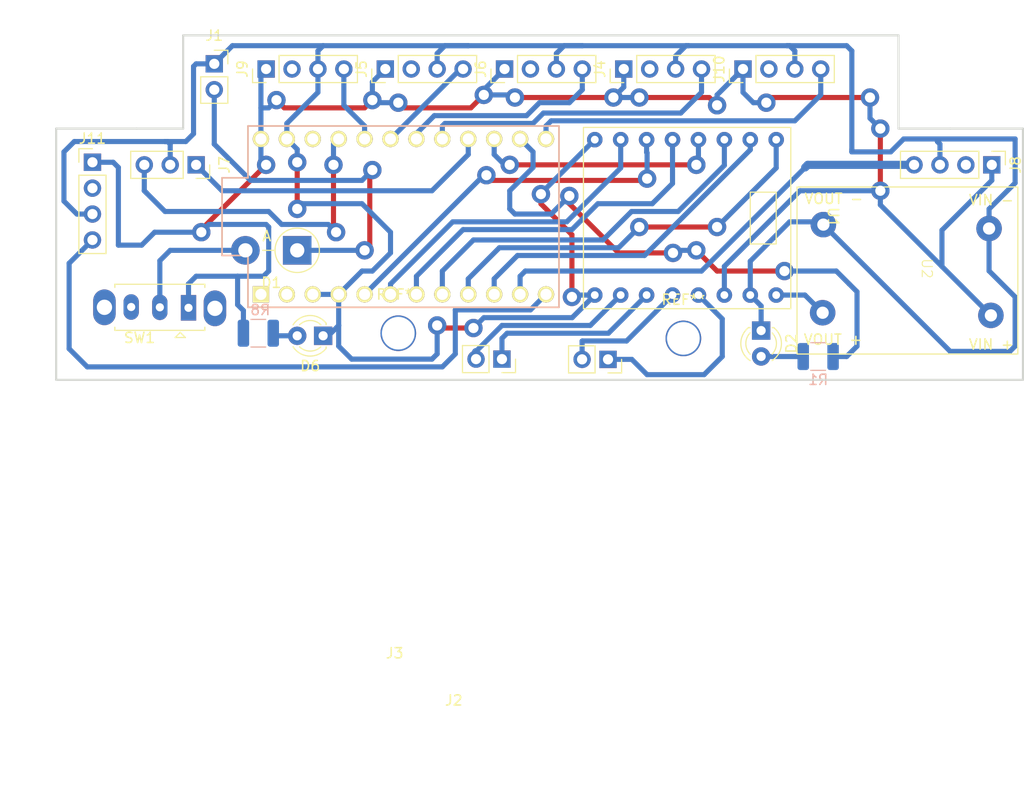
<source format=kicad_pcb>
(kicad_pcb (version 20221018) (generator pcbnew)
  (layers (0 "F.Cu" signal) (31 "B.Cu" signal) (34 "B.Paste" user) (35 "F.Paste" user) (36 "B.SilkS" user "B.Silkscreen") (37 "F.SilkS" user "F.Silkscreen") (38 "B.Mask" user) (39 "F.Mask" user) (44 "Edge.Cuts" user))
  (net 0 "")
  (net 1 "GND")
  (net 2 "/PWM1")
  (net 3 "/5v")
  (net 4 "VCC")
  (net 5 "Net-(D1-K)")
  (net 6 "Net-(D6-A)")
  (net 8 "/INA1")
  (net 9 "/INA2")
  (net 10 "/Vm")
  (net 11 "/INB1")
  (net 12 "/INB2")
  (net 13 "/DATA1")
  (net 14 "/SHARP_I")
  (net 15 "/SHARP_C")
  (net 16 "/SHARP_D")
  (net 17 "/DATA2")
  (net 23 "/OUTA1")
  (net 24 "/OUTA2")
  (net 25 "/OUTB1")
  (net 26 "/OUTB2")
  (net 27 "/PWM2")
  (net 28 "/EN")
  (net 30 "/SHARP_D2")
  (net 32 "/SHARP_I2")
  (net 35 "/IR")
  (net 36 "/3,3V")
  (net 38 "Net-(D2-A)")
  (net 39 "/LED")
  (footprint "Connector_PinSocket_2.54mm:PinSocket_1x03_P2.54mm_Vertical" (layer "F.Cu") (at 153.162 78.232 -90)
    (fp_text reference "J7" (at 0 -2.77 90) (layer "F.SilkS"))
    (fp_text value "Conn_01x03_Socket")
    (pad "1" thru_hole rect (at 0 0 270) (size 1.7 1.7) (drill 1) (layers "*.Cu" "*.Mask") (net 35 "/IR"))
    (pad "2" thru_hole oval (at 0 2.54 270) (size 1.7 1.7) (drill 1) (layers "*.Cu" "*.Mask") (net 1 "GND"))
    (pad "3" thru_hole oval (at 0 5.08 270) (size 1.7 1.7) (drill 1) (layers "*.Cu" "*.Mask") (net 36 "/3,3V"))
  )
  (footprint "Connector_PinHeader_2.54mm:PinHeader_1x04_P2.54mm_Vertical" (layer "F.Cu") (at 171.704 68.834 90)
    (fp_text reference "J5" (at 0 -2.33 90) (layer "F.SilkS"))
    (fp_text value "Conn_01x04_Male")
    (pad "1" thru_hole rect (at 0 0 90) (size 1.7 1.7) (drill 1) (layers "*.Cu" "*.Mask") (net 3 "/5v"))
    (pad "2" thru_hole oval (at 0 2.54 90) (size 1.7 1.7) (drill 1) (layers "*.Cu" "*.Mask"))
    (pad "3" thru_hole oval (at 0 5.08 90) (size 1.7 1.7) (drill 1) (layers "*.Cu" "*.Mask") (net 1 "GND"))
    (pad "4" thru_hole oval (at 0 7.62 90) (size 1.7 1.7) (drill 1) (layers "*.Cu" "*.Mask") (net 14 "/SHARP_I"))
  )
  (footprint "LED_THT:LED_D3.0mm_FlatTop" (layer "F.Cu") (at 208.534 94.483 -90)
    (fp_text reference "D2" (at 1.27 -2.96 90) (layer "F.SilkS"))
    (fp_text value "LED")
    (pad "1" thru_hole rect (at 0 0 270) (size 1.8 1.8) (drill 0.9) (layers "*.Cu" "*.Mask") (net 1 "GND"))
    (pad "2" thru_hole circle (at 2.54 0 270) (size 1.8 1.8) (drill 0.9) (layers "*.Cu" "*.Mask") (net 38 "Net-(D2-A)"))
  )
  (footprint "MountingHole:MountingHole_3.2mm_M3_DIN965_Pad" (layer "F.Cu") (at 172.974 94.742)
    (fp_text reference "REF**" (at 0 -3.8) (layer "F.SilkS"))
    (fp_text value "MountingHole_3.2mm_M3_DIN965_Pad")
    (pad "1" thru_hole circle (at 0 0) (size 3.5 3.5) (drill 3.2) (layers "*.Cu" "*.Mask"))
  )
  (footprint "Connector_PinSocket_2.54mm:PinSocket_1x02_P2.54mm_Vertical" (layer "F.Cu") (at 183.134 97.282 -90)
    (fp_text reference "J3" (at 28.8405 10.516) (layer "F.SilkS"))
    (fp_text value "Conn_01x02_Socket")
    (pad "1" thru_hole rect (at 0 0 270) (size 1.7 1.7) (drill 1) (layers "*.Cu" "*.Mask") (net 25 "/OUTB1"))
    (pad "2" thru_hole oval (at 0 2.54 270) (size 1.7 1.7) (drill 1) (layers "*.Cu" "*.Mask") (net 26 "/OUTB2"))
  )
  (footprint "MountingHole:MountingHole_3.2mm_M3_DIN965_Pad" (layer "F.Cu") (at 200.914 95.25)
    (fp_text reference "REF**" (at 0 -3.8) (layer "F.SilkS"))
    (fp_text value "MountingHole_3.2mm_M3_DIN965_Pad")
    (pad "1" thru_hole circle (at 0 0) (size 3.5 3.5) (drill 3.2) (layers "*.Cu" "*.Mask"))
  )
  (footprint "propios:Sx1308" (layer "F.Cu") (at 224.282 88.392 -90)
    (fp_text reference "U2" (at 0 -0.5 -90 unlocked) (layer "F.SilkS") (effects (font (thickness 0.1))))
    (fp_text value "Mt3608")
    (fp_text user "VIN +" (at 7.452 -6.81 unlocked) (layer "F.SilkS"))
    (fp_text user "VOUT -" (at -6.838 8.63 unlocked) (layer "F.SilkS"))
    (fp_text user "VOUT +" (at 6.972 8.7 unlocked) (layer "F.SilkS"))
    (fp_text user "VIN -" (at -6.708 -6.81 unlocked) (layer "F.SilkS"))
    (pad "1" thru_hole circle (at 4.602 -6.77 270) (size 2.5 2.5) (drill 1.2) (layers "*.Cu" "*.Mask") (net 3 "/5v"))
    (pad "2" thru_hole circle (at 4.342 9.72 270) (size 2.5 2.5) (drill 1.2) (layers "*.Cu" "*.Mask") (net 10 "/Vm"))
    (pad "3" thru_hole circle (at -3.918 -6.59 270) (size 2.5 2.5) (drill 1.2) (layers "*.Cu" "*.Mask") (net 1 "GND"))
    (pad "4" thru_hole circle (at -4.298 9.65 270) (size 2.5 2.5) (drill 1.2) (layers "*.Cu" "*.Mask") (net 1 "GND"))
  )
  (footprint "Connector_PinHeader_2.54mm:PinHeader_1x04_P2.54mm_Vertical" (layer "F.Cu") (at 231.14 78.232 -90)
    (fp_text reference "J8" (at 0 -2.33 90) (layer "F.SilkS"))
    (fp_text value "Conn_01x04_Male")
    (pad "1" thru_hole rect (at 0 0 270) (size 1.7 1.7) (drill 1) (layers "*.Cu" "*.Mask") (net 3 "/5v"))
    (pad "2" thru_hole oval (at 0 2.54 270) (size 1.7 1.7) (drill 1) (layers "*.Cu" "*.Mask"))
    (pad "3" thru_hole oval (at 0 5.08 270) (size 1.7 1.7) (drill 1) (layers "*.Cu" "*.Mask") (net 1 "GND"))
    (pad "4" thru_hole oval (at 0 7.62 270) (size 1.7 1.7) (drill 1) (layers "*.Cu" "*.Mask") (net 30 "/SHARP_D2"))
  )
  (footprint "Connector_PinHeader_2.54mm:PinHeader_1x04_P2.54mm_Vertical" (layer "F.Cu") (at 160.02 68.834 90)
    (fp_text reference "J9" (at 0 -2.33 90) (layer "F.SilkS"))
    (fp_text value "Conn_01x04_Male")
    (pad "1" thru_hole rect (at 0 0 90) (size 1.7 1.7) (drill 1) (layers "*.Cu" "*.Mask") (net 3 "/5v"))
    (pad "2" thru_hole oval (at 0 2.54 90) (size 1.7 1.7) (drill 1) (layers "*.Cu" "*.Mask"))
    (pad "3" thru_hole oval (at 0 5.08 90) (size 1.7 1.7) (drill 1) (layers "*.Cu" "*.Mask") (net 1 "GND"))
    (pad "4" thru_hole oval (at 0 7.62 90) (size 1.7 1.7) (drill 1) (layers "*.Cu" "*.Mask") (net 13 "/DATA1"))
  )
  (footprint "Connector_PinHeader_2.54mm:PinHeader_1x04_P2.54mm_Vertical" (layer "F.Cu") (at 143.002 77.978)
    (fp_text reference "J11" (at 0 -2.33) (layer "F.SilkS"))
    (fp_text value "Conn_01x04_Male" hide)
    (pad "1" thru_hole rect (at 0 0) (size 1.7 1.7) (drill 1) (layers "*.Cu" "*.Mask") (net 3 "/5v"))
    (pad "2" thru_hole oval (at 0 2.54) (size 1.7 1.7) (drill 1) (layers "*.Cu" "*.Mask"))
    (pad "3" thru_hole oval (at 0 5.08) (size 1.7 1.7) (drill 1) (layers "*.Cu" "*.Mask") (net 1 "GND"))
    (pad "4" thru_hole oval (at 0 7.62) (size 1.7 1.7) (drill 1) (layers "*.Cu" "*.Mask") (net 32 "/SHARP_I2"))
  )
  (footprint "Button_Switch_THT:SW_Slide_1P2T_CK_OS102011MS2Q" (layer "F.Cu") (at 151.606 92.202 180)
    (fp_text reference "SW1" (at 3.99 -2.99) (layer "F.SilkS"))
    (fp_text value "SW_DPDT_x2")
    (pad "" thru_hole oval (at -3.4 -0.1 180) (size 2.2 3.5) (drill 1.5) (layers "*.Cu" "*.Mask"))
    (pad "" thru_hole oval (at 7.43 0 180) (size 2.2 3.5) (drill 1.5) (layers "*.Cu" "*.Mask"))
    (pad "1" thru_hole rect (at -0.81 -0.05 180) (size 1.5 2.5) (drill 0.8) (layers "*.Cu" "*.Mask") (net 3 "/5v"))
    (pad "2" thru_hole oval (at 2 0 180) (size 1.5 2.5) (drill 0.8) (layers "*.Cu" "*.Mask") (net 5 "Net-(D1-K)"))
    (pad "3" thru_hole oval (at 4.81 0.03 180) (size 1.5 2.5) (drill 0.8) (layers "*.Cu" "*.Mask"))
  )
  (footprint "Connector_PinHeader_2.54mm:PinHeader_1x04_P2.54mm_Vertical" (layer "F.Cu") (at 183.388 68.834 90)
    (fp_text reference "J6" (at 0 -2.33 90) (layer "F.SilkS"))
    (fp_text value "Conn_01x04_Male")
    (pad "1" thru_hole rect (at 0 0 90) (size 1.7 1.7) (drill 1) (layers "*.Cu" "*.Mask") (net 3 "/5v"))
    (pad "2" thru_hole oval (at 0 2.54 90) (size 1.7 1.7) (drill 1) (layers "*.Cu" "*.Mask"))
    (pad "3" thru_hole oval (at 0 5.08 90) (size 1.7 1.7) (drill 1) (layers "*.Cu" "*.Mask") (net 1 "GND"))
    (pad "4" thru_hole oval (at 0 7.62 90) (size 1.7 1.7) (drill 1) (layers "*.Cu" "*.Mask") (net 15 "/SHARP_C"))
  )
  (footprint "propios:tb6612fng" (layer "F.Cu") (at 215.09 83.382 -90)
    (fp_text reference "U1" (at 0 -0.5 -90 unlocked) (layer "F.SilkS"))
    (fp_text value "tb6612fng")
    (pad "1" thru_hole circle (at -7.62 5.08 270) (size 1.524 1.524) (drill 0.762) (layers "*.Cu" "*.Mask") (net 2 "/PWM1"))
    (pad "2" thru_hole circle (at -7.62 7.62 270) (size 1.524 1.524) (drill 0.762) (layers "*.Cu" "*.Mask") (net 9 "/INA2"))
    (pad "3" thru_hole circle (at -7.62 10.16 270) (size 1.524 1.524) (drill 0.762) (layers "*.Cu" "*.Mask") (net 8 "/INA1"))
    (pad "4" thru_hole circle (at -7.62 12.7 270) (size 1.524 1.524) (drill 0.762) (layers "*.Cu" "*.Mask") (net 28 "/EN"))
    (pad "5" thru_hole circle (at -7.62 15.24 270) (size 1.524 1.524) (drill 0.762) (layers "*.Cu" "*.Mask") (net 11 "/INB1"))
    (pad "6" thru_hole circle (at -7.62 17.78 270) (size 1.524 1.524) (drill 0.762) (layers "*.Cu" "*.Mask") (net 12 "/INB2"))
    (pad "7" thru_hole circle (at -7.62 20.32 270) (size 1.524 1.524) (drill 0.762) (layers "*.Cu" "*.Mask") (net 27 "/PWM2"))
    (pad "8" thru_hole circle (at -7.62 22.86 270) (size 1.524 1.524) (drill 0.762) (layers "*.Cu" "*.Mask") (net 1 "GND"))
    (pad "9" thru_hole circle (at 7.62 22.86 270) (size 1.524 1.524) (drill 0.762) (layers "*.Cu" "*.Mask") (net 1 "GND"))
    (pad "10" thru_hole circle (at 7.62 20.32 270) (size 1.524 1.524) (drill 0.762) (layers "*.Cu" "*.Mask") (net 26 "/OUTB2"))
    (pad "11" thru_hole circle (at 7.62 17.78 270) (size 1.524 1.524) (drill 0.762) (layers "*.Cu" "*.Mask") (net 25 "/OUTB1"))
    (pad "12" thru_hole circle (at 7.62 15.24 270) (size 1.524 1.524) (drill 0.762) (layers "*.Cu" "*.Mask") (net 24 "/OUTA2"))
    (pad "13" thru_hole circle (at 7.62 12.7 270) (size 1.524 1.524) (drill 0.762) (layers "*.Cu" "*.Mask") (net 23 "/OUTA1"))
    (pad "14" thru_hole circle (at 7.62 10.16 270) (size 1.524 1.524) (drill 0.762) (layers "*.Cu" "*.Mask") (net 3 "/5v"))
    (pad "15" thru_hole circle (at 7.62 7.62 270) (size 1.524 1.524) (drill 0.762) (layers "*.Cu" "*.Mask") (net 1 "GND"))
    (pad "16" thru_hole circle (at 7.62 5.08 270) (size 1.524 1.524) (drill 0.762) (layers "*.Cu" "*.Mask") (net 10 "/Vm"))
  )
  (footprint "Connector_PinHeader_2.54mm:PinHeader_1x04_P2.54mm_Vertical" (layer "F.Cu") (at 195.072 68.834 90)
    (fp_text reference "J4" (at 0 -2.33 90) (layer "F.SilkS"))
    (fp_text value "Conn_01x04_Male")
    (pad "1" thru_hole rect (at 0 0 90) (size 1.7 1.7) (drill 1) (layers "*.Cu" "*.Mask") (net 3 "/5v"))
    (pad "2" thru_hole oval (at 0 2.54 90) (size 1.7 1.7) (drill 1) (layers "*.Cu" "*.Mask"))
    (pad "3" thru_hole oval (at 0 5.08 90) (size 1.7 1.7) (drill 1) (layers "*.Cu" "*.Mask") (net 1 "GND"))
    (pad "4" thru_hole oval (at 0 7.62 90) (size 1.7 1.7) (drill 1) (layers "*.Cu" "*.Mask") (net 16 "/SHARP_D"))
  )
  (footprint "LED_THT:LED_D3.0mm_FlatTop" (layer "F.Cu") (at 165.608 94.996 180)
    (fp_text reference "D6" (at 1.27 -2.96) (layer "F.SilkS"))
    (fp_text value "LED")
    (pad "1" thru_hole rect (at 0 0 180) (size 1.8 1.8) (drill 0.9) (layers "*.Cu" "*.Mask") (net 1 "GND"))
    (pad "2" thru_hole circle (at 2.54 0 180) (size 1.8 1.8) (drill 0.9) (layers "*.Cu" "*.Mask") (net 6 "Net-(D6-A)"))
  )
  (footprint "Diode_THT:D_5W_P5.08mm_Vertical_AnodeUp" (layer "F.Cu") (at 163.068 86.614 180)
    (fp_text reference "D1" (at 2.54 -3.174899) (layer "F.SilkS"))
    (fp_text value "type=\"D\" model=\"DIODE\" lib=\"\"")
    (fp_text user "A" (at 2.98 1.4) (layer "F.SilkS"))
    (pad "1" thru_hole rect (at 0 0 180) (size 2.8 2.8) (drill 1.4) (layers "*.Cu" "*.Mask") (net 4 "VCC"))
    (pad "2" thru_hole oval (at 5.08 0 180) (size 2.8 2.8) (drill 1.4) (layers "*.Cu" "*.Mask") (net 5 "Net-(D1-K)"))
  )
  (footprint "Connector_PinSocket_2.54mm:PinSocket_1x02_P2.54mm_Vertical" (layer "F.Cu") (at 193.528 97.307 -90)
    (fp_text reference "J2" (at 33.4405 15.116) (layer "F.SilkS"))
    (fp_text value "Conn_01x02_Socket")
    (pad "1" thru_hole rect (at 0 0 270) (size 1.7 1.7) (drill 1) (layers "*.Cu" "*.Mask") (net 23 "/OUTA1"))
    (pad "2" thru_hole oval (at 0 2.54 270) (size 1.7 1.7) (drill 1) (layers "*.Cu" "*.Mask") (net 24 "/OUTA2"))
  )
  (footprint "promicro:ProMicro" (layer "F.Cu") (at 173.482 83.312)
    (fp_text reference "U3" hide)
    (fp_text value "ProMicro")
    (pad "1" thru_hole rect (at -13.97 7.62) (size 1.6 1.6) (drill 1.1) (layers "*.Cu" "*.Mask" "F.SilkS"))
    (pad "2" thru_hole circle (at -11.43 7.62) (size 1.6 1.6) (drill 1.1) (layers "*.Cu" "*.Mask" "F.SilkS"))
    (pad "3" thru_hole circle (at -8.89 7.62) (size 1.6 1.6) (drill 1.1) (layers "*.Cu" "*.Mask" "F.SilkS") (net 1 "GND"))
    (pad "4" thru_hole circle (at -6.35 7.62) (size 1.6 1.6) (drill 1.1) (layers "*.Cu" "*.Mask" "F.SilkS") (net 1 "GND"))
    (pad "5" thru_hole circle (at -3.81 7.62) (size 1.6 1.6) (drill 1.1) (layers "*.Cu" "*.Mask" "F.SilkS") (net 12 "/INB2"))
    (pad "6" thru_hole circle (at -1.27 7.62) (size 1.6 1.6) (drill 1.1) (layers "*.Cu" "*.Mask" "F.SilkS") (net 27 "/PWM2"))
    (pad "7" thru_hole circle (at 1.27 7.62) (size 1.6 1.6) (drill 1.1) (layers "*.Cu" "*.Mask" "F.SilkS") (net 11 "/INB1"))
    (pad "8" thru_hole circle (at 3.81 7.62) (size 1.6 1.6) (drill 1.1) (layers "*.Cu" "*.Mask" "F.SilkS") (net 8 "/INA1"))
    (pad "9" thru_hole circle (at 6.35 7.62) (size 1.6 1.6) (drill 1.1) (layers "*.Cu" "*.Mask" "F.SilkS") (net 2 "/PWM1"))
    (pad "10" thru_hole circle (at 8.89 7.62) (size 1.6 1.6) (drill 1.1) (layers "*.Cu" "*.Mask" "F.SilkS") (net 9 "/INA2"))
    (pad "11" thru_hole circle (at 11.43 7.62) (size 1.6 1.6) (drill 1.1) (layers "*.Cu" "*.Mask" "F.SilkS") (net 30 "/SHARP_D2"))
    (pad "12" thru_hole circle (at 13.97 7.62) (size 1.6 1.6) (drill 1.1) (layers "*.Cu" "*.Mask" "F.SilkS") (net 32 "/SHARP_I2"))
    (pad "13" thru_hole circle (at 13.97 -7.62) (size 1.6 1.6) (drill 1.1) (layers "*.Cu" "*.Mask" "F.SilkS") (net 17 "/DATA2"))
    (pad "14" thru_hole circle (at 11.43 -7.62) (size 1.6 1.6) (drill 1.1) (layers "*.Cu" "*.Mask" "F.SilkS") (net 39 "/LED"))
    (pad "15" thru_hole circle (at 8.89 -7.62) (size 1.6 1.6) (drill 1.1) (layers "*.Cu" "*.Mask" "F.SilkS") (net 28 "/EN"))
    (pad "16" thru_hole circle (at 6.35 -7.62) (size 1.6 1.6) (drill 1.1) (layers "*.Cu" "*.Mask" "F.SilkS") (net 35 "/IR"))
    (pad "17" thru_hole circle (at 3.81 -7.62) (size 1.6 1.6) (drill 1.1) (layers "*.Cu" "*.Mask" "F.SilkS") (net 16 "/SHARP_D"))
    (pad "18" thru_hole circle (at 1.27 -7.62) (size 1.6 1.6) (drill 1.1) (layers "*.Cu" "*.Mask" "F.SilkS") (net 15 "/SHARP_C"))
    (pad "19" thru_hole circle (at -1.27 -7.62) (size 1.6 1.6) (drill 1.1) (layers "*.Cu" "*.Mask" "F.SilkS") (net 14 "/SHARP_I"))
    (pad "20" thru_hole circle (at -3.81 -7.62) (size 1.6 1.6) (drill 1.1) (layers "*.Cu" "*.Mask" "F.SilkS") (net 13 "/DATA1"))
    (pad "21" thru_hole circle (at -6.35 -7.62) (size 1.6 1.6) (drill 1.1) (layers "*.Cu" "*.Mask" "F.SilkS") (net 36 "/3,3V"))
    (pad "22" thru_hole circle (at -8.89 -7.62) (size 1.6 1.6) (drill 1.1) (layers "*.Cu" "*.Mask" "F.SilkS"))
    (pad "23" thru_hole circle (at -11.43 -7.62) (size 1.6 1.6) (drill 1.1) (layers "*.Cu" "*.Mask" "F.SilkS") (net 1 "GND"))
    (pad "24" thru_hole circle (at -13.97 -7.62) (size 1.6 1.6) (drill 1.1) (layers "*.Cu" "*.Mask" "F.SilkS") (net 3 "/5v"))
  )
  (footprint "Connector_PinHeader_2.54mm:PinHeader_1x04_P2.54mm_Vertical" (layer "F.Cu") (at 206.756 68.834 90)
    (fp_text reference "J10" (at 0 -2.33 90) (layer "F.SilkS"))
    (fp_text value "Conn_01x04_Male")
    (pad "1" thru_hole rect (at 0 0 90) (size 1.7 1.7) (drill 1) (layers "*.Cu" "*.Mask") (net 3 "/5v"))
    (pad "2" thru_hole oval (at 0 2.54 90) (size 1.7 1.7) (drill 1) (layers "*.Cu" "*.Mask"))
    (pad "3" thru_hole oval (at 0 5.08 90) (size 1.7 1.7) (drill 1) (layers "*.Cu" "*.Mask") (net 1 "GND"))
    (pad "4" thru_hole oval (at 0 7.62 90) (size 1.7 1.7) (drill 1) (layers "*.Cu" "*.Mask") (net 17 "/DATA2"))
  )
  (footprint "Connector_PinSocket_2.54mm:PinSocket_1x02_P2.54mm_Vertical" (layer "F.Cu") (at 154.94 68.326)
    (fp_text reference "J1" (at 0 -2.77) (layer "F.SilkS"))
    (fp_text value "Screw_Terminal_01x02")
    (pad "1" thru_hole rect (at 0 0) (size 1.7 1.7) (drill 1) (layers "*.Cu" "*.Mask") (net 1 "GND"))
    (pad "2" thru_hole oval (at 0 2.54) (size 1.7 1.7) (drill 1) (layers "*.Cu" "*.Mask") (net 4 "VCC"))
  )
  (footprint "Resistor_SMD:R_1210_3225Metric" (layer "B.Cu") (at 159.258 94.742 180)
    (fp_text reference "R8" (at -0.1925 2.28) (layer "B.SilkS") (effects (justify mirror)))
    (fp_text value "1000")
    (pad "1" smd roundrect (at -1.4625 0 180) (size 1.125 2.65) (layers "B.Cu" "B.Paste" "B.Mask") (roundrect_rratio 0.222222) (net 6 "Net-(D6-A)"))
    (pad "2" smd roundrect (at 1.4625 0 180) (size 1.125 2.65) (layers "B.Cu" "B.Paste" "B.Mask") (roundrect_rratio 0.222222) (net 3 "/5v"))
  )
  (footprint "Resistor_SMD:R_1210_3225Metric" (layer "B.Cu") (at 214.122 97.028)
    (fp_text reference "R1" (at 0 2.28) (layer "B.SilkS") (effects (justify mirror)))
    (fp_text value "1000")
    (pad "1" smd roundrect (at -1.4625 0) (size 1.125 2.65) (layers "B.Cu" "B.Paste" "B.Mask") (roundrect_rratio 0.222222) (net 38 "Net-(D2-A)"))
    (pad "2" smd roundrect (at 1.4625 0) (size 1.125 2.65) (layers "B.Cu" "B.Paste" "B.Mask") (roundrect_rratio 0.222222) (net 39 "/LED"))
  )
  (gr_line (start 147.32 74.676) (end 151.892 74.676) (stroke (width 0.2)) (layer "Edge.Cuts"))
  (gr_line (start 234.188 99.314) (end 234.188 74.676) (stroke (width 0.2)) (layer "Edge.Cuts"))
  (gr_line (start 151.892 65.532) (end 221.996 65.532) (stroke (width 0.2)) (layer "Edge.Cuts"))
  (gr_line (start 139.446 74.676) (end 147.32 74.676) (stroke (width 0.2)) (layer "Edge.Cuts"))
  (gr_line (start 151.892 74.676) (end 151.892 65.532) (stroke (width 0.2)) (layer "Edge.Cuts"))
  (gr_line (start 221.996 74.676) (end 227.076 74.676) (stroke (width 0.2)) (layer "Edge.Cuts"))
  (gr_line (start 221.996 65.532) (end 221.996 74.676) (stroke (width 0.2)) (layer "Edge.Cuts"))
  (gr_line (start 227.076 74.676) (end 234.188 74.676) (stroke (width 0.2)) (layer "Edge.Cuts"))
  (gr_line (start 139.446 74.676) (end 139.446 99.314) (stroke (width 0.2)) (layer "Edge.Cuts"))
  (gr_line (start 139.446 99.314) (end 234.188 99.314) (stroke (width 0.2)) (layer "Edge.Cuts"))
  (segment (start 180.34 94.234) (end 177.038 94.234) (width 0.5) (layer "F.Cu") (net 1))
  (segment (start 186.955 82.053) (end 189.992 85.09) (width 0.5) (layer "F.Cu") (net 1))
  (segment (start 189.992 85.09) (end 189.992 91.186) (width 0.5) (layer "F.Cu") (net 1))
  (segment (start 163.068 77.978) (end 163.068 82.55) (width 0.5) (layer "F.Cu") (net 1))
  (segment (start 186.955 81.1055) (end 186.955 82.053) (width 0.5) (layer "F.Cu") (net 1))
  (segment (start 177.038 94.234) (end 176.784 93.98) (width 0.5) (layer "F.Cu") (net 1))
  (via (at 176.784 93.98) (size 1.8) (drill 1) (layers "F.Cu" "B.Cu") (net 1))
  (via (at 180.34 94.234) (size 1.8) (drill 1) (layers "F.Cu" "B.Cu") (net 1))
  (via (at 163.068 82.55) (size 1.8) (drill 1) (layers "F.Cu" "B.Cu") (net 1))
  (via (at 189.992 91.186) (size 1.8) (drill 1) (layers "F.Cu" "B.Cu") (net 1))
  (via (at 186.955 81.1055) (size 1.8) (drill 1) (layers "F.Cu" "B.Cu") (net 1))
  (via (at 163.068 77.978) (size 1.8) (drill 1) (layers "F.Cu" "B.Cu") (net 1))
  (segment (start 214.358 83.82) (end 214.632 84.094) (width 0.5) (layer "B.Cu") (net 1))
  (segment (start 200.152 67.564) (end 200.152 68.834) (width 0.5) (layer "B.Cu") (net 1))
  (segment (start 163.576 82.042) (end 169.418 82.042) (width 0.5) (layer "B.Cu") (net 1))
  (segment (start 192.23 91.002) (end 190.176 91.002) (width 0.5) (layer "B.Cu") (net 1))
  (segment (start 230.872 82.564) (end 233.426 80.01) (width 0.5) (layer "B.Cu") (net 1))
  (segment (start 176.276 97.282) (end 168.402 97.282) (width 0.5) (layer "B.Cu") (net 1))
  (segment (start 233.426 91.186) (end 233.426 96.012) (width 0.5) (layer "B.Cu") (net 1))
  (segment (start 165.608 66.548) (end 156.718 66.548) (width 0.5) (layer "B.Cu") (net 1))
  (segment (start 150.622 76.2) (end 150.368 75.946) (width 0.5) (layer "B.Cu") (net 1))
  (segment (start 163.068 76.708) (end 162.052 75.692) (width 0.5) (layer "B.Cu") (net 1))
  (segment (start 176.784 96.774) (end 176.276 97.282) (width 0.5) (layer "B.Cu") (net 1))
  (segment (start 163.068 82.55) (end 163.576 82.042) (width 0.5) (layer "B.Cu") (net 1))
  (segment (start 233.426 96.012) (end 232.918 96.52) (width 0.5) (layer "B.Cu") (net 1))
  (segment (start 226.06 75.692) (end 225.806 75.946) (width 0.5) (layer "B.Cu") (net 1))
  (segment (start 230.872 84.474) (end 230.872 82.564) (width 0.5) (layer "B.Cu") (net 1))
  (segment (start 162.052 75.692) (end 162.052 74.168) (width 0.5) (layer "B.Cu") (net 1))
  (segment (start 226.06 76.2) (end 226.06 78.232) (width 0.5) (layer "B.Cu") (net 1))
  (segment (start 225.806 75.946) (end 226.06 76.2) (width 0.5) (layer "B.Cu") (net 1))
  (segment (start 211.328 66.548) (end 211.074 66.548) (width 0.5) (layer "B.Cu") (net 1))
  (segment (start 165.608 94.996) (end 166.116 94.996) (width 0.5) (layer "B.Cu") (net 1))
  (segment (start 140.208 76.962) (end 140.208 81.788) (width 0.5) (layer "B.Cu") (net 1))
  (segment (start 230.872 84.474) (end 230.872 88.632) (width 0.5) (layer "B.Cu") (net 1))
  (segment (start 208.534 94.483) (end 208.534 92.066) (width 0.5) (layer "B.Cu") (net 1))
  (segment (start 201.422 66.548) (end 191.008 66.548) (width 0.5) (layer "B.Cu") (net 1))
  (segment (start 163.068 77.978) (end 163.068 76.708) (width 0.5) (layer "B.Cu") (net 1))
  (segment (start 211.836 68.834) (end 211.836 67.056) (width 0.5) (layer "B.Cu") (net 1))
  (segment (start 232.918 96.52) (end 227.058 96.52) (width 0.5) (layer "B.Cu") (net 1))
  (segment (start 211.074 66.548) (end 201.422 66.548) (width 0.5) (layer "B.Cu") (net 1))
  (segment (start 233.426 75.692) (end 226.06 75.692) (width 0.5) (layer "B.Cu") (net 1))
  (segment (start 152.908 68.58) (end 152.908 75.184) (width 0.5) (layer "B.Cu") (net 1))
  (segment (start 168.402 97.282) (end 167.132 96.012) (width 0.5) (layer "B.Cu") (net 1))
  (segment (start 153.162 68.326) (end 152.908 68.58) (width 0.5) (layer "B.Cu") (net 1))
  (segment (start 165.1 67.056) (end 165.608 66.548) (width 0.5) (layer "B.Cu") (net 1))
  (segment (start 167.132 90.932) (end 167.132 93.98) (width 0.5) (layer "B.Cu") (net 1))
  (segment (start 154.94 68.326) (end 153.162 68.326) (width 0.5) (layer "B.Cu") (net 1))
  (segment (start 207.47 91.002) (end 207.47 87.678) (width 0.5) (layer "B.Cu") (net 1))
  (segment (start 167.132 90.932) (end 164.592 90.932) (width 0.5) (layer "B.Cu") (net 1))
  (segment (start 217.424 76.708) (end 217.424 76.962) (width 0.5) (layer "B.Cu") (net 1))
  (segment (start 191.008 66.548) (end 189.23 66.548) (width 0.5) (layer "B.Cu") (net 1))
  (segment (start 166.116 94.996) (end 167.132 93.98) (width 0.5) (layer "B.Cu") (net 1))
  (segment (start 217.424 76.962) (end 221.234 76.962) (width 0.5) (layer "B.Cu") (net 1))
  (segment (start 150.368 75.946) (end 150.114 75.946) (width 0.5) (layer "B.Cu") (net 1))
  (segment (start 188.468 67.31) (end 189.23 66.548) (width 0.5) (layer "B.Cu") (net 1))
  (segment (start 217.424 76.962) (end 217.424 67.056) (width 0.5) (layer "B.Cu") (net 1))
  (segment (start 186.955 81.1055) (end 186.955 81.037) (width 0.5) (layer "B.Cu") (net 1))
  (segment (start 169.418 88.646) (end 167.132 90.932) (width 0.5) (layer "B.Cu") (net 1))
  (segment (start 233.426 80.01) (end 233.426 75.692) (width 0.5) (layer "B.Cu") (net 1))
  (segment (start 176.784 67.31) (end 176.784 68.834) (width 0.5) (layer "B.Cu") (net 1))
  (segment (start 230.872 88.632) (end 233.426 91.186) (width 0.5) (layer "B.Cu") (net 1))
  (segment (start 176.784 93.98) (end 176.784 96.774) (width 0.5) (layer "B.Cu") (net 1))
  (segment (start 208.534 92.066) (end 207.47 91.002) (width 0.5) (layer "B.Cu") (net 1))
  (segment (start 150.622 78.232) (end 150.622 76.2) (width 0.5) (layer "B.Cu") (net 1))
  (segment (start 170.434 88.646) (end 169.418 88.646) (width 0.5) (layer "B.Cu") (net 1))
  (segment (start 190.176 91.002) (end 189.992 91.186) (width 0.5) (layer "B.Cu") (net 1))
  (segment (start 169.418 82.042) (end 172.212 84.836) (width 0.5) (layer "B.Cu") (net 1))
  (segment (start 152.146 75.946) (end 150.114 75.946) (width 0.5) (layer "B.Cu") (net 1))
  (segment (start 140.208 81.788) (end 141.478 83.058) (width 0.5) (layer "B.Cu") (net 1))
  (segment (start 217.424 67.056) (end 216.916 66.548) (width 0.5) (layer "B.Cu") (net 1))
  (segment (start 216.916 66.548) (end 211.074 66.548) (width 0.5) (layer "B.Cu") (net 1))
  (segment (start 188.468 68.834) (end 188.468 69.088) (width 0.5) (layer "B.Cu") (net 1))
  (segment (start 150.114 75.946) (end 141.224 75.946) (width 0.5) (layer "B.Cu") (net 1))
  (segment (start 211.836 67.056) (end 211.328 66.548) (width 0.5) (layer "B.Cu") (net 1))
  (segment (start 141.478 83.058) (end 143.002 83.058) (width 0.5) (layer "B.Cu") (net 1))
  (segment (start 156.718 66.548) (end 154.94 68.326) (width 0.5) (layer "B.Cu") (net 1))
  (segment (start 152.908 75.184) (end 152.146 75.946) (width 0.5) (layer "B.Cu") (net 1))
  (segment (start 186.955 81.037) (end 192.23 75.762) (width 0.5) (layer "B.Cu") (net 1))
  (segment (start 201.168 66.548) (end 200.152 67.564) (width 0.5) (layer "B.Cu") (net 1))
  (segment (start 165.1 71.12) (end 165.1 67.056) (width 0.5) (layer "B.Cu") (net 1))
  (segment (start 188.468 69.088) (end 188.468 67.31) (width 0.5) (layer "B.Cu") (net 1))
  (segment (start 162.052 74.168) (end 165.1 71.12) (width 0.5) (layer "B.Cu") (net 1))
  (segment (start 221.234 76.962) (end 222.504 75.692) (width 0.5) (layer "B.Cu") (net 1))
  (segment (start 227.058 96.52) (end 214.632 84.094) (width 0.5) (layer "B.Cu") (net 1))
  (segment (start 201.422 66.548) (end 201.168 66.548) (width 0.5) (layer "B.Cu") (net 1))
  (segment (start 211.328 83.82) (end 214.358 83.82) (width 0.5) (layer "B.Cu") (net 1))
  (segment (start 172.212 86.868) (end 170.434 88.646) (width 0.5) (layer "B.Cu") (net 1))
  (segment (start 190.014 93.218) (end 192.23 91.002) (width 0.5) (layer "B.Cu") (net 1))
  (segment (start 177.546 66.548) (end 176.784 67.31) (width 0.5) (layer "B.Cu") (net 1))
  (segment (start 141.224 75.946) (end 140.208 76.962) (width 0.5) (layer "B.Cu") (net 1))
  (segment (start 179.832 66.548) (end 177.546 66.548) (width 0.5) (layer "B.Cu") (net 1))
  (segment (start 191.008 66.548) (end 179.832 66.548) (width 0.5) (layer "B.Cu") (net 1))
  (segment (start 222.504 75.692) (end 226.06 75.692) (width 0.5) (layer "B.Cu") (net 1))
  (segment (start 172.212 84.836) (end 172.212 86.868) (width 0.5) (layer "B.Cu") (net 1))
  (segment (start 181.356 93.218) (end 190.014 93.218) (width 0.5) (layer "B.Cu") (net 1))
  (segment (start 207.47 87.678) (end 211.328 83.82) (width 0.5) (layer "B.Cu") (net 1))
  (segment (start 179.832 66.548) (end 165.608 66.548) (width 0.5) (layer "B.Cu") (net 1))
  (segment (start 167.132 96.012) (end 167.132 93.98) (width 0.5) (layer "B.Cu") (net 1))
  (segment (start 180.34 94.234) (end 181.356 93.218) (width 0.5) (layer "B.Cu") (net 1))
  (segment (start 196.596 84.328) (end 204.216 84.328) (width 0.5) (layer "F.Cu") (net 2))
  (via (at 196.596 84.328) (size 1.8) (drill 1) (layers "F.Cu" "B.Cu") (net 2))
  (via (at 204.216 84.328) (size 1.8) (drill 1) (layers "F.Cu" "B.Cu") (net 2))
  (segment (start 210.01 78.534) (end 210.01 75.762) (width 0.5) (layer "B.Cu") (net 2))
  (segment (start 196.596 84.328) (end 194.564 86.36) (width 0.5) (layer "B.Cu") (net 2))
  (segment (start 194.564 86.36) (end 182.88 86.36) (width 0.5) (layer "B.Cu") (net 2))
  (segment (start 204.216 84.328) (end 210.01 78.534) (width 0.5) (layer "B.Cu") (net 2))
  (segment (start 179.832 89.408) (end 179.832 90.932) (width 0.5) (layer "B.Cu") (net 2))
  (segment (start 182.88 86.36) (end 179.832 89.408) (width 0.5) (layer "B.Cu") (net 2))
  (segment (start 181.356 71.374) (end 180.086 72.644) (width 0.5) (layer "F.Cu") (net 3))
  (segment (start 161.798 72.644) (end 161.036 71.882) (width 0.5) (layer "F.Cu") (net 3))
  (segment (start 209.55 71.628) (end 209.042 72.136) (width 0.5) (layer "F.Cu") (net 3))
  (segment (start 203.454 71.628) (end 204.216 72.39) (width 0.5) (layer "F.Cu") (net 3))
  (segment (start 194.056 71.628) (end 184.404 71.628) (width 0.5) (layer "F.Cu") (net 3))
  (segment (start 153.67 84.582) (end 153.67 84.836) (width 0.5) (layer "F.Cu") (net 3))
  (segment (start 173.482 72.644) (end 172.974 72.136) (width 0.5) (layer "F.Cu") (net 3))
  (segment (start 196.596 71.628) (end 203.454 71.628) (width 0.5) (layer "F.Cu") (net 3))
  (segment (start 169.672 72.644) (end 161.798 72.644) (width 0.5) (layer "F.Cu") (net 3))
  (segment (start 180.086 72.644) (end 173.482 72.644) (width 0.5) (layer "F.Cu") (net 3))
  (segment (start 160.02 78.232) (end 153.67 84.582) (width 0.5) (layer "F.Cu") (net 3))
  (segment (start 170.434 71.882) (end 169.672 72.644) (width 0.5) (layer "F.Cu") (net 3))
  (segment (start 220.218 74.676) (end 220.218 80.772) (width 0.5) (layer "F.Cu") (net 3))
  (segment (start 219.202 71.628) (end 209.55 71.628) (width 0.5) (layer "F.Cu") (net 3))
  (via (at 184.404 71.628) (size 1.8) (drill 1) (layers "F.Cu" "B.Cu") (net 3))
  (via (at 160.02 78.232) (size 1.8) (drill 1) (layers "F.Cu" "B.Cu") (net 3))
  (via (at 219.202 71.628) (size 1.8) (drill 1) (layers "F.Cu" "B.Cu") (net 3))
  (via (at 153.67 84.836) (size 1.8) (drill 1) (layers "F.Cu" "B.Cu") (net 3))
  (via (at 209.042 72.136) (size 1.8) (drill 1) (layers "F.Cu" "B.Cu") (net 3))
  (via (at 161.036 71.882) (size 1.8) (drill 1) (layers "F.Cu" "B.Cu") (net 3))
  (via (at 170.434 71.882) (size 1.8) (drill 1) (layers "F.Cu" "B.Cu") (net 3))
  (via (at 194.056 71.628) (size 1.8) (drill 1) (layers "F.Cu" "B.Cu") (net 3))
  (via (at 172.974 72.136) (size 1.8) (drill 1) (layers "F.Cu" "B.Cu") (net 3))
  (via (at 196.596 71.628) (size 1.8) (drill 1) (layers "F.Cu" "B.Cu") (net 3))
  (via (at 204.216 72.39) (size 1.8) (drill 1) (layers "F.Cu" "B.Cu") (net 3))
  (via (at 220.218 74.676) (size 1.8) (drill 1) (layers "F.Cu" "B.Cu") (net 3))
  (via (at 181.356 71.374) (size 1.8) (drill 1) (layers "F.Cu" "B.Cu") (net 3))
  (via (at 220.218 80.772) (size 1.8) (drill 1) (layers "F.Cu" "B.Cu") (net 3))
  (segment (start 152.4 89.916) (end 152.416 89.932) (width 0.5) (layer "B.Cu") (net 3))
  (segment (start 194.056 71.628) (end 196.596 71.628) (width 0.5) (layer "B.Cu") (net 3))
  (segment (start 231.14 79.756) (end 231.14 78.232) (width 0.5) (layer "B.Cu") (net 3))
  (segment (start 207.772 72.136) (end 206.756 71.12) (width 0.5) (layer "B.Cu") (net 3))
  (segment (start 157.7955 92.5175) (end 157.226 91.948) (width 0.5) (layer "B.Cu") (net 3))
  (segment (start 145.542 86.106) (end 145.542 78.486) (width 0.5) (layer "B.Cu") (net 3))
  (segment (start 154.432 84.074) (end 160.02 84.074) (width 0.5) (layer "B.Cu") (net 3))
  (segment (start 160.02 84.074) (end 160.274 84.328) (width 0.5) (layer "B.Cu") (net 3))
  (segment (start 170.688 72.136) (end 172.974 72.136) (width 0.5) (layer "B.Cu") (net 3))
  (segment (start 195.072 68.834) (end 195.072 70.612) (width 0.5) (layer "B.Cu") (net 3))
  (segment (start 204.216 71.374) (end 206.756 68.834) (width 0.5) (layer "B.Cu") (net 3))
  (segment (start 160.274 84.328) (end 160.274 88.646) (width 0.5) (layer "B.Cu") (net 3))
  (segment (start 226.255 88.197) (end 220.218 82.16) (width 0.5) (layer "B.Cu") (net 3))
  (segment (start 159.766 89.154) (end 157.226 89.154) (width 0.5) (layer "B.Cu") (net 3))
  (segment (start 147.828 86.106) (end 149.098 84.836) (width 0.5) (layer "B.Cu") (net 3))
  (segment (start 181.356 70.866) (end 183.388 68.834) (width 0.5) (layer "B.Cu") (net 3))
  (segment (start 157.7955 94.742) (end 157.7955 92.5175) (width 0.5) (layer "B.Cu") (net 3))
  (segment (start 181.356 71.374) (end 184.15 71.374) (width 0.5) (layer "B.Cu") (net 3))
  (segment (start 145.542 78.486) (end 145.034 77.978) (width 0.5) (layer "B.Cu") (net 3))
  (segment (start 204.216 72.39) (end 204.216 71.374) (width 0.5) (layer "B.Cu") (net 3))
  (segment (start 160.274 88.646) (end 159.766 89.154) (width 0.5) (layer "B.Cu") (net 3))
  (segment (start 181.356 71.374) (end 181.356 70.866) (width 0.5) (layer "B.Cu") (net 3))
  (segment (start 220.218 82.16) (end 220.218 80.772) (width 0.5) (layer "B.Cu") (net 3))
  (segment (start 195.072 70.612) (end 194.056 71.628) (width 0.5) (layer "B.Cu") (net 3))
  (segment (start 145.542 86.106) (end 147.828 86.106) (width 0.5) (layer "B.Cu") (net 3))
  (segment (start 159.512 72.644) (end 159.512 69.342) (width 0.5) (layer "B.Cu") (net 3))
  (segment (start 204.93 91.002) (end 204.93 88.186) (width 0.5) (layer "B.Cu") (net 3))
  (segment (start 226.255 84.641) (end 231.14 79.756) (width 0.5) (layer "B.Cu") (net 3))
  (segment (start 231.052 92.994) (end 226.255 88.197) (width 0.5) (layer "B.Cu") (net 3))
  (segment (start 159.512 77.724) (end 160.02 78.232) (width 0.5) (layer "B.Cu") (net 3))
  (segment (start 157.226 91.948) (end 157.226 89.154) (width 0.5) (layer "B.Cu") (net 3))
  (segment (start 209.042 72.136) (end 207.772 72.136) (width 0.5) (layer "B.Cu") (net 3))
  (segment (start 170.434 70.104) (end 171.704 68.834) (width 0.5) (layer "B.Cu") (net 3))
  (segment (start 220.218 74.676) (end 219.202 73.66) (width 0.5) (layer "B.Cu") (net 3))
  (segment (start 170.434 71.882) (end 170.688 72.136) (width 0.5) (layer "B.Cu") (net 3))
  (segment (start 160.274 72.644) (end 161.036 71.882) (width 0.5) (layer "B.Cu") (net 3))
  (segment (start 212.344 80.772) (end 220.218 80.772) (width 0.5) (layer "B.Cu") (net 3))
  (segment (start 170.434 71.882) (end 170.434 70.104) (width 0.5) (layer "B.Cu") (net 3))
  (segment (start 145.034 77.978) (end 143.002 77.978) (width 0.5) (layer "B.Cu") (net 3))
  (segment (start 149.098 84.836) (end 153.67 84.836) (width 0.5) (layer "B.Cu") (net 3))
  (segment (start 219.202 73.66) (end 219.202 71.628) (width 0.5) (layer "B.Cu") (net 3))
  (segment (start 157.226 89.154) (end 153.162 89.154) (width 0.5) (layer "B.Cu") (net 3))
  (segment (start 159.512 69.342) (end 160.02 68.834) (width 0.5) (layer "B.Cu") (net 3))
  (segment (start 206.756 71.12) (end 206.756 68.834) (width 0.5) (layer "B.Cu") (net 3))
  (segment (start 153.67 84.836) (end 154.432 84.074) (width 0.5) (layer "B.Cu") (net 3))
  (segment (start 184.15 71.374) (end 184.404 71.628) (width 0.5) (layer "B.Cu") (net 3))
  (segment (start 159.512 75.692) (end 159.512 72.644) (width 0.5) (layer "B.Cu") (net 3))
  (segment (start 159.512 72.644) (end 160.274 72.644) (width 0.5) (layer "B.Cu") (net 3))
  (segment (start 226.255 88.197) (end 226.255 84.641) (width 0.5) (layer "B.Cu") (net 3))
  (segment (start 204.93 88.186) (end 212.344 80.772) (width 0.5) (layer "B.Cu") (net 3))
  (segment (start 159.512 75.692) (end 159.512 77.724) (width 0.5) (layer "B.Cu") (net 3))
  (segment (start 153.162 89.154) (end 152.4 89.916) (width 0.5) (layer "B.Cu") (net 3))
  (segment (start 152.416 89.932) (end 152.416 92.252) (width 0.5) (layer "B.Cu") (net 3))
  (segment (start 170.18 86.106) (end 170.18 78.994) (width 0.5) (layer "F.Cu") (net 4))
  (segment (start 169.672 86.614) (end 170.18 86.106) (width 0.5) (layer "F.Cu") (net 4))
  (segment (start 170.18 78.994) (end 170.434 78.74) (width 0.5) (layer "F.Cu") (net 4))
  (via (at 170.434 78.74) (size 1.8) (drill 1) (layers "F.Cu" "B.Cu") (net 4))
  (via (at 169.672 86.614) (size 1.8) (drill 1) (layers "F.Cu" "B.Cu") (net 4))
  (segment (start 154.94 76.2) (end 154.94 70.866) (width 0.5) (layer "B.Cu") (net 4))
  (segment (start 169.418 79.756) (end 158.496 79.756) (width 0.5) (layer "B.Cu") (net 4))
  (segment (start 158.496 79.756) (end 154.94 76.2) (width 0.5) (layer "B.Cu") (net 4))
  (segment (start 169.672 86.614) (end 163.068 86.614) (width 0.5) (layer "B.Cu") (net 4))
  (segment (start 170.434 78.74) (end 169.418 79.756) (width 0.5) (layer "B.Cu") (net 4))
  (segment (start 150.622 86.614) (end 157.988 86.614) (width 0.5) (layer "B.Cu") (net 5))
  (segment (start 149.606 92.202) (end 149.606 87.63) (width 0.5) (layer "B.Cu") (net 5))
  (segment (start 149.606 87.63) (end 150.622 86.614) (width 0.5) (layer "B.Cu") (net 5))
  (segment (start 163.068 94.996) (end 160.9745 94.996) (width 0.5) (layer "B.Cu") (net 6))
  (segment (start 160.9745 94.996) (end 160.7205 94.742) (width 0.5) (layer "B.Cu") (net 6))
  (segment (start 204.93 75.762) (end 204.93 78.28) (width 0.5) (layer "B.Cu") (net 8))
  (segment (start 204.93 78.28) (end 200.406 82.804) (width 0.5) (layer "B.Cu") (net 8))
  (segment (start 177.292 88.646) (end 177.292 90.932) (width 0.5) (layer "B.Cu") (net 8))
  (segment (start 193.04 85.598) (end 180.34 85.598) (width 0.5) (layer "B.Cu") (net 8))
  (segment (start 200.406 82.804) (end 195.834 82.804) (width 0.5) (layer "B.Cu") (net 8))
  (segment (start 180.34 85.598) (end 177.292 88.646) (width 0.5) (layer "B.Cu") (net 8))
  (segment (start 195.834 82.804) (end 193.04 85.598) (width 0.5) (layer "B.Cu") (net 8))
  (segment (start 182.372 90.932) (end 182.372 89.408) (width 0.5) (layer "B.Cu") (net 9))
  (segment (start 207.47 76.756) (end 207.47 75.762) (width 0.5) (layer "B.Cu") (net 9))
  (segment (start 197.104 87.122) (end 207.47 76.756) (width 0.5) (layer "B.Cu") (net 9))
  (segment (start 182.372 89.408) (end 184.658 87.122) (width 0.5) (layer "B.Cu") (net 9))
  (segment (start 184.658 87.122) (end 197.104 87.122) (width 0.5) (layer "B.Cu") (net 9))
  (segment (start 210.01 91.002) (end 212.83 91.002) (width 0.5) (layer "B.Cu") (net 10))
  (segment (start 212.83 91.002) (end 214.562 92.734) (width 0.5) (layer "B.Cu") (net 10))
  (segment (start 197.866 82.042) (end 199.85 80.058) (width 0.5) (layer "B.Cu") (net 11))
  (segment (start 174.752 89.154) (end 179.324 84.582) (width 0.5) (layer "B.Cu") (net 11))
  (segment (start 189.992 84.582) (end 192.532 82.042) (width 0.5) (layer "B.Cu") (net 11))
  (segment (start 179.324 84.582) (end 189.992 84.582) (width 0.5) (layer "B.Cu") (net 11))
  (segment (start 192.532 82.042) (end 197.866 82.042) (width 0.5) (layer "B.Cu") (net 11))
  (segment (start 174.752 90.932) (end 174.752 89.154) (width 0.5) (layer "B.Cu") (net 11))
  (segment (start 199.85 80.058) (end 199.85 75.762) (width 0.5) (layer "B.Cu") (net 11))
  (segment (start 197.1835 79.756) (end 182.118 79.756) (width 0.5) (layer "F.Cu") (net 12))
  (segment (start 197.358 79.5815) (end 197.1835 79.756) (width 0.5) (layer "F.Cu") (net 12))
  (segment (start 182.118 79.756) (end 181.61 79.248) (width 0.5) (layer "F.Cu") (net 12))
  (via (at 181.61 79.248) (size 1.8) (drill 1) (layers "F.Cu" "B.Cu") (net 12))
  (via (at 197.358 79.5815) (size 1.8) (drill 1) (layers "F.Cu" "B.Cu") (net 12))
  (segment (start 197.358 79.5815) (end 197.358 77.058) (width 0.5) (layer "B.Cu") (net 12))
  (segment (start 197.31 77.01) (end 197.31 75.762) (width 0.5) (layer "B.Cu") (net 12))
  (segment (start 181.61 79.248) (end 181.356 79.248) (width 0.5) (layer "B.Cu") (net 12))
  (segment (start 197.358 77.058) (end 197.31 77.01) (width 0.5) (layer "B.Cu") (net 12))
  (segment (start 181.356 79.248) (end 169.672 90.932) (width 0.5) (layer "B.Cu") (net 12))
  (segment (start 169.672 75.692) (end 169.672 74.422) (width 0.5) (layer "B.Cu") (net 13))
  (segment (start 167.64 72.39) (end 167.64 68.834) (width 0.5) (layer "B.Cu") (net 13))
  (segment (start 169.672 74.422) (end 167.64 72.39) (width 0.5) (layer "B.Cu") (net 13))
  (segment (start 172.212 75.692) (end 179.07 68.834) (width 0.5) (layer "B.Cu") (net 14))
  (segment (start 179.07 68.834) (end 179.324 68.834) (width 0.5) (layer "B.Cu") (net 14))
  (segment (start 176.50395 73.406) (end 185.547 73.406) (width 0.5) (layer "B.Cu") (net 15))
  (segment (start 189.738 72.136) (end 191.008 70.866) (width 0.5) (layer "B.Cu") (net 15))
  (segment (start 185.547 73.406) (end 186.817 72.136) (width 0.5) (layer "B.Cu") (net 15))
  (segment (start 186.817 72.136) (end 189.738 72.136) (width 0.5) (layer "B.Cu") (net 15))
  (segment (start 191.008 70.866) (end 191.008 68.834) (width 0.5) (layer "B.Cu") (net 15))
  (segment (start 174.752 75.15795) (end 176.50395 73.406) (width 0.5) (layer "B.Cu") (net 15))
  (segment (start 174.752 75.692) (end 174.752 75.15795) (width 0.5) (layer "B.Cu") (net 15))
  (segment (start 186.182 74.168) (end 187.198 73.152) (width 0.5) (layer "B.Cu") (net 16))
  (segment (start 177.292 74.422) (end 177.546 74.168) (width 0.5) (layer "B.Cu") (net 16))
  (segment (start 177.546 74.168) (end 186.182 74.168) (width 0.5) (layer "B.Cu") (net 16))
  (segment (start 177.292 75.692) (end 177.292 74.422) (width 0.5) (layer "B.Cu") (net 16))
  (segment (start 187.198 73.152) (end 200.66 73.152) (width 0.5) (layer "B.Cu") (net 16))
  (segment (start 202.692 71.12) (end 202.692 68.834) (width 0.5) (layer "B.Cu") (net 16))
  (segment (start 200.66 73.152) (end 202.692 71.12) (width 0.5) (layer "B.Cu") (net 16))
  (segment (start 211.836 73.914) (end 214.376 71.374) (width 0.5) (layer "B.Cu") (net 17))
  (segment (start 187.96 73.914) (end 211.836 73.914) (width 0.5) (layer "B.Cu") (net 17))
  (segment (start 187.452 74.422) (end 187.96 73.914) (width 0.5) (layer "B.Cu") (net 17))
  (segment (start 214.376 71.374) (end 214.376 68.834) (width 0.5) (layer "B.Cu") (net 17))
  (segment (start 187.452 75.692) (end 187.452 74.422) (width 0.5) (layer "B.Cu") (net 17))
  (segment (start 193.528 97.307) (end 195.859 97.307) (width 0.5) (layer "B.Cu") (net 23))
  (segment (start 197.358 98.806) (end 202.946 98.806) (width 0.5) (layer "B.Cu") (net 23))
  (segment (start 202.946 98.806) (end 204.724 97.028) (width 0.5) (layer "B.Cu") (net 23))
  (segment (start 204.724 93.336) (end 202.39 91.002) (width 0.5) (layer "B.Cu") (net 23))
  (segment (start 204.724 97.028) (end 204.724 93.336) (width 0.5) (layer "B.Cu") (net 23))
  (segment (start 195.859 97.307) (end 197.358 98.806) (width 0.5) (layer "B.Cu") (net 23))
  (segment (start 190.988 95.524) (end 191.008 95.504) (width 0.5) (layer "B.Cu") (net 24))
  (segment (start 191.008 95.504) (end 195.348 95.504) (width 0.5) (layer "B.Cu") (net 24))
  (segment (start 190.988 97.307) (end 190.988 95.524) (width 0.5) (layer "B.Cu") (net 24))
  (segment (start 195.348 95.504) (end 199.85 91.002) (width 0.5) (layer "B.Cu") (net 24))
  (segment (start 193.57 94.742) (end 197.31 91.002) (width 0.5) (layer "B.Cu") (net 25))
  (segment (start 183.642 94.742) (end 193.57 94.742) (width 0.5) (layer "B.Cu") (net 25))
  (segment (start 183.134 97.282) (end 183.134 95.25) (width 0.5) (layer "B.Cu") (net 25))
  (segment (start 183.134 95.25) (end 183.642 94.742) (width 0.5) (layer "B.Cu") (net 25))
  (segment (start 194.77 91.002) (end 191.792 93.98) (width 0.5) (layer "B.Cu") (net 26))
  (segment (start 180.594 96.52) (end 180.594 96.594) (width 0.5) (layer "B.Cu") (net 26))
  (segment (start 180.594 96.594) (end 180.594 97.282) (width 0.8) (layer "B.Cu") (net 26))
  (segment (start 183.134 93.98) (end 180.594 96.52) (width 0.5) (layer "B.Cu") (net 26))
  (segment (start 191.792 93.98) (end 183.134 93.98) (width 0.5) (layer "B.Cu") (net 26))
  (segment (start 172.212 89.916) (end 178.308 83.82) (width 0.5) (layer "B.Cu") (net 27))
  (segment (start 189.484 83.82) (end 194.77 78.534) (width 0.5) (layer "B.Cu") (net 27))
  (segment (start 172.212 90.932) (end 172.212 89.916) (width 0.5) (layer "B.Cu") (net 27))
  (segment (start 178.308 83.82) (end 189.484 83.82) (width 0.5) (layer "B.Cu") (net 27))
  (segment (start 194.77 78.534) (end 194.77 75.762) (width 0.5) (layer "B.Cu") (net 27))
  (segment (start 202.184 78.232) (end 183.896 78.232) (width 0.5) (layer "F.Cu") (net 28))
  (via (at 183.896 78.232) (size 1.8) (drill 1) (layers "F.Cu" "B.Cu") (net 28))
  (via (at 202.184 78.232) (size 1.8) (drill 1) (layers "F.Cu" "B.Cu") (net 28))
  (segment (start 183.896 78.232) (end 183.388 78.232) (width 0.5) (layer "B.Cu") (net 28))
  (segment (start 202.39 75.762) (end 202.39 78.026) (width 0.5) (layer "B.Cu") (net 28))
  (segment (start 183.388 78.232) (end 182.372 77.216) (width 0.5) (layer "B.Cu") (net 28))
  (segment (start 202.39 78.026) (end 202.184 78.232) (width 0.5) (layer "B.Cu") (net 28))
  (segment (start 182.372 77.216) (end 182.372 75.692) (width 0.5) (layer "B.Cu") (net 28))
  (segment (start 184.912 90.932) (end 184.912 89.154) (width 0.5) (layer "B.Cu") (net 30))
  (segment (start 223.52 78.232) (end 213.106 78.232) (width 0.8) (layer "B.Cu") (net 30))
  (segment (start 213.106 78.232) (end 212.852 78.486) (width 0.8) (layer "B.Cu") (net 30))
  (segment (start 184.912 89.154) (end 185.42 88.646) (width 0.5) (layer "B.Cu") (net 30))
  (segment (start 202.692 88.646) (end 212.852 78.486) (width 0.5) (layer "B.Cu") (net 30))
  (segment (start 185.42 88.646) (end 202.692 88.646) (width 0.5) (layer "B.Cu") (net 30))
  (segment (start 178.562 96.774) (end 177.292 98.044) (width 0.5) (layer "B.Cu") (net 32))
  (segment (start 142.494 98.044) (end 140.716 96.266) (width 0.5) (layer "B.Cu") (net 32))
  (segment (start 140.716 87.884) (end 143.002 85.598) (width 0.5) (layer "B.Cu") (net 32))
  (segment (start 177.292 98.044) (end 142.494 98.044) (width 0.5) (layer "B.Cu") (net 32))
  (segment (start 178.562 92.456) (end 178.562 96.774) (width 0.5) (layer "B.Cu") (net 32))
  (segment (start 187.452 90.932) (end 185.928 92.456) (width 0.5) (layer "B.Cu") (net 32))
  (segment (start 140.716 96.266) (end 140.716 87.884) (width 0.5) (layer "B.Cu") (net 32))
  (segment (start 185.928 92.456) (end 178.562 92.456) (width 0.5) (layer "B.Cu") (net 32))
  (segment (start 176.276 80.772) (end 179.832 77.216) (width 0.5) (layer "B.Cu") (net 35))
  (segment (start 153.162 78.232) (end 155.702 80.772) (width 0.5) (layer "B.Cu") (net 35))
  (segment (start 179.832 77.216) (end 179.832 75.692) (width 0.5) (layer "B.Cu") (net 35))
  (segment (start 155.702 80.772) (end 176.276 80.772) (width 0.5) (layer "B.Cu") (net 35))
  (segment (start 166.878 84.836) (end 166.624 84.582) (width 0.5) (layer "F.Cu") (net 36))
  (segment (start 166.624 84.582) (end 166.624 78.232) (width 0.5) (layer "F.Cu") (net 36))
  (via (at 166.878 84.836) (size 1.8) (drill 1) (layers "F.Cu" "B.Cu") (net 36))
  (via (at 166.624 78.232) (size 1.8) (drill 1) (layers "F.Cu" "B.Cu") (net 36))
  (segment (start 166.624 78.232) (end 166.624 76.2) (width 0.5) (layer "B.Cu") (net 36))
  (segment (start 161.544 84.074) (end 160.274 82.804) (width 0.5) (layer "B.Cu") (net 36))
  (segment (start 148.082 80.772) (end 148.336 81.026) (width 0.5) (layer "B.Cu") (net 36))
  (segment (start 160.274 82.804) (end 150.114 82.804) (width 0.5) (layer "B.Cu") (net 36))
  (segment (start 166.116 84.074) (end 161.544 84.074) (width 0.5) (layer "B.Cu") (net 36))
  (segment (start 166.624 76.2) (end 167.132 75.692) (width 0.5) (layer "B.Cu") (net 36))
  (segment (start 148.082 78.232) (end 148.082 80.772) (width 0.5) (layer "B.Cu") (net 36))
  (segment (start 150.114 82.804) (end 148.082 80.772) (width 0.5) (layer "B.Cu") (net 36))
  (segment (start 166.878 84.836) (end 166.116 84.074) (width 0.5) (layer "B.Cu") (net 36))
  (segment (start 208.539 97.028) (end 208.534 97.023) (width 0.5) (layer "B.Cu") (net 38))
  (segment (start 212.6595 97.028) (end 208.539 97.028) (width 0.5) (layer "B.Cu") (net 38))
  (segment (start 202.184 86.614) (end 204.216 88.646) (width 0.5) (layer "F.Cu") (net 39))
  (segment (start 194.564 86.868) (end 189.738 82.042) (width 0.5) (layer "F.Cu") (net 39))
  (segment (start 189.738 82.042) (end 189.738 81.28) (width 0.5) (layer "F.Cu") (net 39))
  (segment (start 204.216 88.646) (end 210.82 88.646) (width 0.5) (layer "F.Cu") (net 39))
  (segment (start 199.898 86.868) (end 194.564 86.868) (width 0.5) (layer "F.Cu") (net 39))
  (via (at 210.82 88.646) (size 1.8) (drill 1) (layers "F.Cu" "B.Cu") (net 39))
  (via (at 189.738 81.28) (size 1.8) (drill 1) (layers "F.Cu" "B.Cu") (net 39))
  (via (at 202.184 86.614) (size 1.8) (drill 1) (layers "F.Cu" "B.Cu") (net 39))
  (via (at 199.898 86.868) (size 1.8) (drill 1) (layers "F.Cu" "B.Cu") (net 39))
  (segment (start 189.738 81.28) (end 187.96 83.058) (width 0.5) (layer "B.Cu") (net 39))
  (segment (start 216.916 97.028) (end 217.932 96.012) (width 0.5) (layer "B.Cu") (net 39))
  (segment (start 215.9 88.646) (end 210.82 88.646) (width 0.5) (layer "B.Cu") (net 39))
  (segment (start 217.17 89.916) (end 215.9 88.646) (width 0.5) (layer "B.Cu") (net 39))
  (segment (start 215.5845 97.028) (end 216.916 97.028) (width 0.5) (layer "B.Cu") (net 39))
  (segment (start 202.184 86.614) (end 200.152 86.614) (width 0.5) (layer "B.Cu") (net 39))
  (segment (start 183.896 80.772) (end 186.182 78.486) (width 0.5) (layer "B.Cu") (net 39))
  (segment (start 187.96 83.058) (end 184.404 83.058) (width 0.5) (layer "B.Cu") (net 39))
  (segment (start 186.182 76.962) (end 184.912 75.692) (width 0.5) (layer "B.Cu") (net 39))
  (segment (start 184.404 83.058) (end 183.896 82.55) (width 0.5) (layer "B.Cu") (net 39))
  (segment (start 200.152 86.614) (end 199.898 86.868) (width 0.5) (layer "B.Cu") (net 39))
  (segment (start 217.932 90.678) (end 217.17 89.916) (width 0.5) (layer "B.Cu") (net 39))
  (segment (start 186.182 78.486) (end 186.182 76.962) (width 0.5) (layer "B.Cu") (net 39))
  (segment (start 183.896 82.55) (end 183.896 80.772) (width 0.5) (layer "B.Cu") (net 39))
  (segment (start 217.932 96.012) (end 217.932 90.678) (width 0.5) (layer "B.Cu") (net 39))
)
</source>
